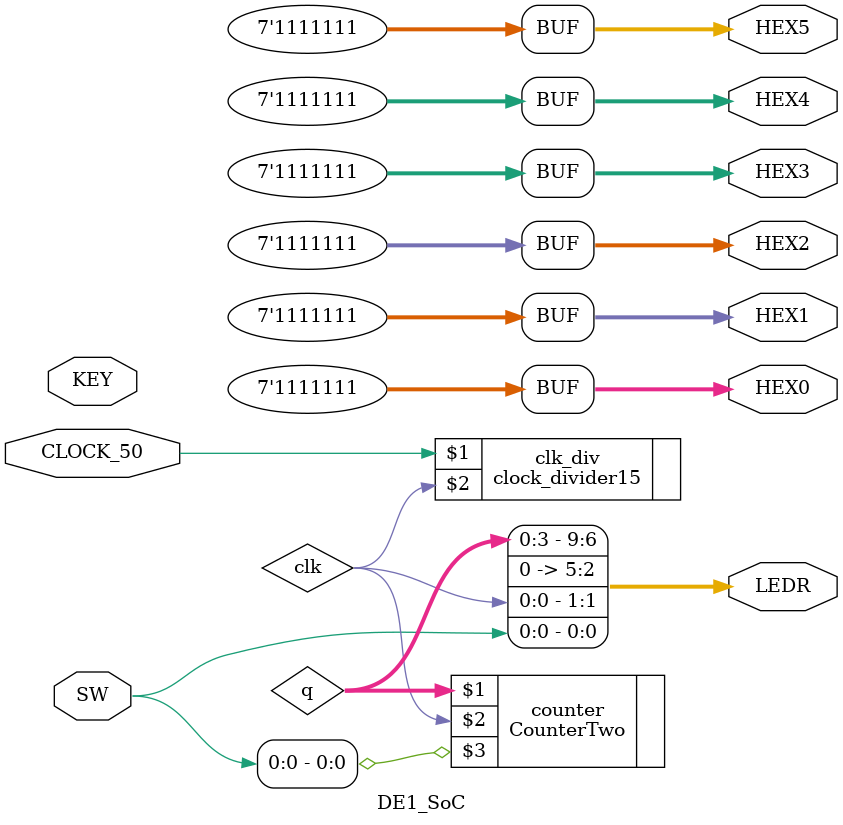
<source format=sv>

module DE1_SoC (HEX0, HEX1, HEX2, HEX3, HEX4, HEX5, KEY, LEDR, SW, CLOCK_50);
 output [6:0] HEX0, HEX1, HEX2, HEX3, HEX4, HEX5;
 output [9:0] LEDR;
 input [3:0] KEY;
 input [9:0] SW;
 input CLOCK_50; // 50MHz clock.

 // Default values, turns off the HEX displays
 assign HEX0 = 7'b1111111;
 assign HEX1 = 7'b1111111;
 assign HEX2 = 7'b1111111;
 assign HEX3 = 7'b1111111;
 assign HEX4 = 7'b1111111;
 assign HEX5 = 7'b1111111;

 wire clk;
 clock_divider15 clk_div (CLOCK_50, clk);
 
 wire [0:3] q;
 CounterTwo counter(q, clk, SW[0]);
 
 assign LEDR = {q, 4'b0000, clk, SW[0]};
 
endmodule 

</source>
